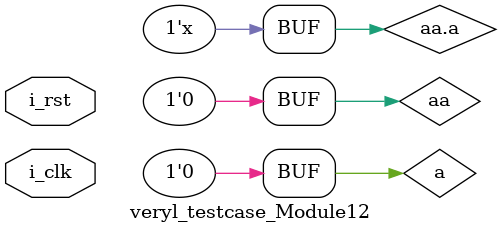
<source format=sv>
module veryl_testcase_Module12 (
    input logic  i_clk,
    input logic  i_rst
);
    logic  a ;
    logic  aa;
    logic  b ;
    logic  c ;

    // always_ff declaration with default polarity
    always_ff @ (posedge i_clk, negedge i_rst) begin
        if (!i_rst) begin
            a <= b;
        end else if (a) begin
            a <= b[0];
        end else begin
            a <= c[5:0];
        end
    end

    // always_ff declaration without reset
    always_ff @ (posedge i_clk) begin
        if (a) begin
            a <= b;
        end else begin
            a <= c[5:0];
        end
    end

    // always_ff declaration with specified polarity
    always_ff @ (posedge i_clk, posedge i_rst) begin
        if (i_rst) begin
            a <= b;
        end else begin
            a <= c[5:0];
        end
    end
    always_ff @ (negedge i_clk, negedge i_rst) begin
        if (!i_rst) begin
            a <= b;
        end else begin
            a <= c[5:0];
        end
    end
    always_ff @ (posedge i_clk) begin
        if (i_rst) begin
            a <= b;
        end else begin
            a <= c[5:0];
        end
    end
    always_ff @ (negedge i_clk) begin
        if (!i_rst) begin
            a <= b;
        end else begin
            a <= c[5:0];
        end
    end

    // always_comb declaration
    always_comb begin
        a    = 10;
        aa   = 10'b0;
        aa.a = 10'b01z;

        a  = 10 + 10;
        aa = 10 + 16'hffff * (3 / 4);
    end
endmodule

</source>
